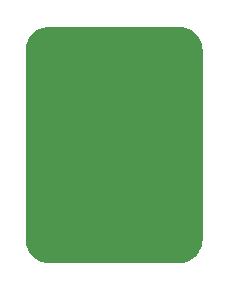
<source format=gbr>
%TF.GenerationSoftware,KiCad,Pcbnew,6.0.1-79c1e3a40b~116~ubuntu20.04.1*%
%TF.CreationDate,2022-01-29T11:36:58+01:00*%
%TF.ProjectId,sma-connector,736d612d-636f-46e6-9e65-63746f722e6b,1*%
%TF.SameCoordinates,Original*%
%TF.FileFunction,Soldermask,Bot*%
%TF.FilePolarity,Negative*%
%FSLAX46Y46*%
G04 Gerber Fmt 4.6, Leading zero omitted, Abs format (unit mm)*
G04 Created by KiCad (PCBNEW 6.0.1-79c1e3a40b~116~ubuntu20.04.1) date 2022-01-29 11:36:58*
%MOMM*%
%LPD*%
G01*
G04 APERTURE LIST*
%ADD10C,3.400000*%
G04 APERTURE END LIST*
D10*
%TO.C,H3*%
X129000000Y-56000000D03*
%TD*%
%TO.C,H4*%
X139000000Y-71000000D03*
%TD*%
%TO.C,H2*%
X139000000Y-56000000D03*
%TD*%
%TO.C,H1*%
X129000000Y-71000000D03*
%TD*%
G36*
X139504487Y-53500321D02*
G01*
X139775645Y-53519714D01*
X139793440Y-53522273D01*
X140054654Y-53579097D01*
X140071903Y-53584161D01*
X140322386Y-53677586D01*
X140338740Y-53685055D01*
X140573375Y-53813176D01*
X140588498Y-53822895D01*
X140802511Y-53983103D01*
X140816097Y-53994876D01*
X141005124Y-54183903D01*
X141016897Y-54197489D01*
X141177105Y-54411502D01*
X141186824Y-54426625D01*
X141314945Y-54661260D01*
X141322414Y-54677614D01*
X141415839Y-54928097D01*
X141420903Y-54945346D01*
X141477727Y-55206560D01*
X141480286Y-55224355D01*
X141499679Y-55495513D01*
X141500000Y-55504501D01*
X141500000Y-71495499D01*
X141499679Y-71504487D01*
X141480286Y-71775645D01*
X141477727Y-71793440D01*
X141420903Y-72054654D01*
X141415839Y-72071903D01*
X141322414Y-72322386D01*
X141314945Y-72338740D01*
X141186824Y-72573375D01*
X141177105Y-72588498D01*
X141016897Y-72802511D01*
X141005124Y-72816097D01*
X140816097Y-73005124D01*
X140802511Y-73016897D01*
X140588498Y-73177105D01*
X140573375Y-73186824D01*
X140338740Y-73314945D01*
X140322386Y-73322414D01*
X140071903Y-73415839D01*
X140054654Y-73420903D01*
X139793440Y-73477727D01*
X139775645Y-73480286D01*
X139504487Y-73499679D01*
X139495499Y-73500000D01*
X128504501Y-73500000D01*
X128495513Y-73499679D01*
X128224355Y-73480286D01*
X128206560Y-73477727D01*
X127945346Y-73420903D01*
X127928097Y-73415839D01*
X127677614Y-73322414D01*
X127661260Y-73314945D01*
X127426625Y-73186824D01*
X127411502Y-73177105D01*
X127197489Y-73016897D01*
X127183903Y-73005124D01*
X126994876Y-72816097D01*
X126983103Y-72802511D01*
X126822895Y-72588498D01*
X126813176Y-72573375D01*
X126685055Y-72338740D01*
X126677586Y-72322386D01*
X126584161Y-72071903D01*
X126579097Y-72054654D01*
X126522273Y-71793440D01*
X126519714Y-71775645D01*
X126500321Y-71504487D01*
X126500000Y-71495499D01*
X126500000Y-55504501D01*
X126500321Y-55495513D01*
X126519714Y-55224355D01*
X126522273Y-55206560D01*
X126579097Y-54945346D01*
X126584161Y-54928097D01*
X126677586Y-54677614D01*
X126685055Y-54661260D01*
X126813176Y-54426625D01*
X126822895Y-54411502D01*
X126983103Y-54197489D01*
X126994876Y-54183903D01*
X127183903Y-53994876D01*
X127197489Y-53983103D01*
X127411502Y-53822895D01*
X127426625Y-53813176D01*
X127661260Y-53685055D01*
X127677614Y-53677586D01*
X127928097Y-53584161D01*
X127945346Y-53579097D01*
X128206560Y-53522273D01*
X128224355Y-53519714D01*
X128495513Y-53500321D01*
X128504501Y-53500000D01*
X139495499Y-53500000D01*
X139504487Y-53500321D01*
G37*
M02*

</source>
